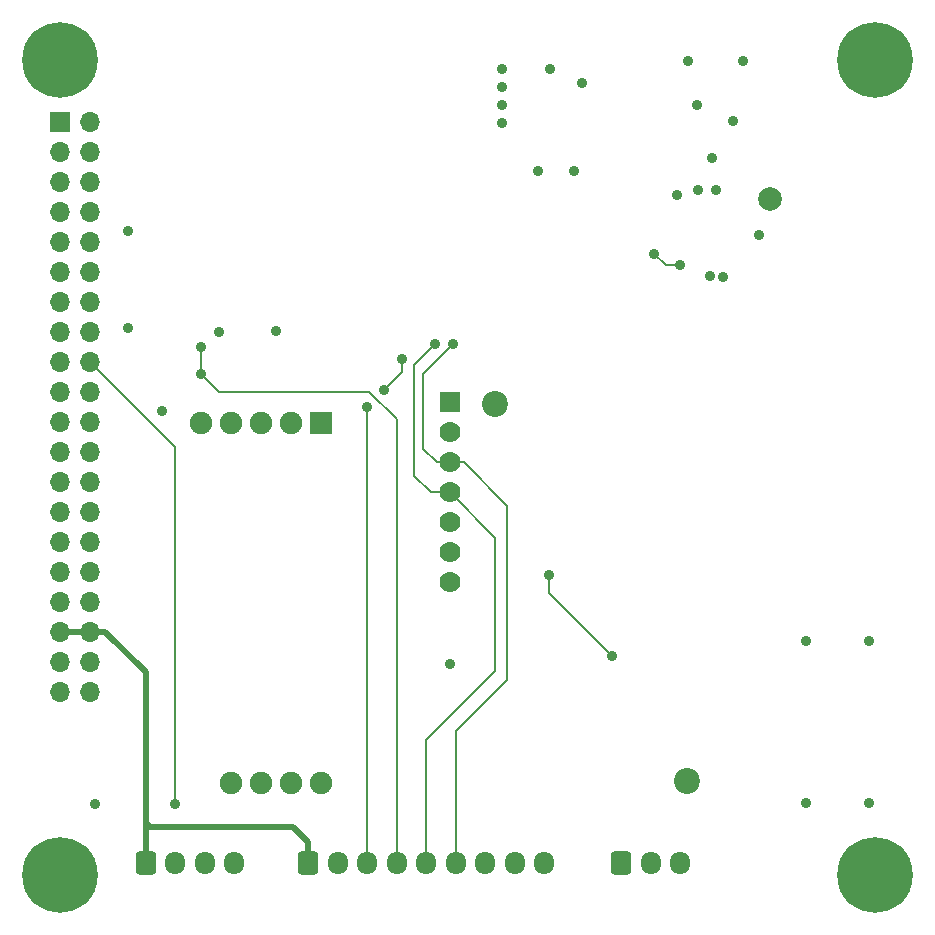
<source format=gbr>
%TF.GenerationSoftware,KiCad,Pcbnew,(6.0.1)*%
%TF.CreationDate,2023-01-07T23:02:53-08:00*%
%TF.ProjectId,Air Quality Sensor - R1,41697220-5175-4616-9c69-74792053656e,rev?*%
%TF.SameCoordinates,Original*%
%TF.FileFunction,Copper,L4,Bot*%
%TF.FilePolarity,Positive*%
%FSLAX46Y46*%
G04 Gerber Fmt 4.6, Leading zero omitted, Abs format (unit mm)*
G04 Created by KiCad (PCBNEW (6.0.1)) date 2023-01-07 23:02:53*
%MOMM*%
%LPD*%
G01*
G04 APERTURE LIST*
G04 Aperture macros list*
%AMRoundRect*
0 Rectangle with rounded corners*
0 $1 Rounding radius*
0 $2 $3 $4 $5 $6 $7 $8 $9 X,Y pos of 4 corners*
0 Add a 4 corners polygon primitive as box body*
4,1,4,$2,$3,$4,$5,$6,$7,$8,$9,$2,$3,0*
0 Add four circle primitives for the rounded corners*
1,1,$1+$1,$2,$3*
1,1,$1+$1,$4,$5*
1,1,$1+$1,$6,$7*
1,1,$1+$1,$8,$9*
0 Add four rect primitives between the rounded corners*
20,1,$1+$1,$2,$3,$4,$5,0*
20,1,$1+$1,$4,$5,$6,$7,0*
20,1,$1+$1,$6,$7,$8,$9,0*
20,1,$1+$1,$8,$9,$2,$3,0*%
G04 Aperture macros list end*
%TA.AperFunction,ComponentPad*%
%ADD10C,0.800000*%
%TD*%
%TA.AperFunction,ComponentPad*%
%ADD11C,6.400000*%
%TD*%
%TA.AperFunction,ComponentPad*%
%ADD12C,5.000000*%
%TD*%
%TA.AperFunction,ComponentPad*%
%ADD13R,1.700000X1.700000*%
%TD*%
%TA.AperFunction,ComponentPad*%
%ADD14O,1.700000X1.700000*%
%TD*%
%TA.AperFunction,ComponentPad*%
%ADD15O,1.700000X1.950000*%
%TD*%
%TA.AperFunction,ComponentPad*%
%ADD16RoundRect,0.250000X-0.600000X-0.725000X0.600000X-0.725000X0.600000X0.725000X-0.600000X0.725000X0*%
%TD*%
%TA.AperFunction,ComponentPad*%
%ADD17C,2.200000*%
%TD*%
%TA.AperFunction,ComponentPad*%
%ADD18R,1.778000X1.778000*%
%TD*%
%TA.AperFunction,ComponentPad*%
%ADD19C,1.778000*%
%TD*%
%TA.AperFunction,ComponentPad*%
%ADD20C,1.905000*%
%TD*%
%TA.AperFunction,ComponentPad*%
%ADD21R,1.905000X1.905000*%
%TD*%
%TA.AperFunction,ComponentPad*%
%ADD22C,2.000000*%
%TD*%
%TA.AperFunction,ViaPad*%
%ADD23C,0.889000*%
%TD*%
%TA.AperFunction,Conductor*%
%ADD24C,0.152400*%
%TD*%
%TA.AperFunction,Conductor*%
%ADD25C,0.500000*%
%TD*%
G04 APERTURE END LIST*
D10*
%TO.P,H4,1*%
%TO.N,N/C*%
X72000000Y5400000D03*
X73697056Y1302944D03*
X73697056Y4697056D03*
X74400000Y3000000D03*
D11*
X72000000Y3000000D03*
D10*
X72000000Y600000D03*
X70302944Y4697056D03*
X70302944Y1302944D03*
X69600000Y3000000D03*
%TD*%
%TO.P,H3,1*%
%TO.N,N/C*%
X72000000Y74400000D03*
X73697056Y70302944D03*
X73697056Y73697056D03*
X74400000Y72000000D03*
D11*
X72000000Y72000000D03*
D10*
X72000000Y69600000D03*
X70302944Y73697056D03*
X70302944Y70302944D03*
X69600000Y72000000D03*
%TD*%
%TO.P,H2,1*%
%TO.N,N/C*%
X3000000Y5400000D03*
X4697056Y1302944D03*
X4697056Y4697056D03*
X5400000Y3000000D03*
D11*
X3000000Y3000000D03*
D10*
X3000000Y600000D03*
X1302944Y4697056D03*
X1302944Y1302944D03*
X600000Y3000000D03*
%TD*%
%TO.P,H1,1*%
%TO.N,N/C*%
X3000000Y74400000D03*
X4697056Y70302944D03*
X4697056Y73697056D03*
X5400000Y72000000D03*
D11*
X3000000Y72000000D03*
D10*
X3000000Y69600000D03*
X1302944Y73697056D03*
X1302944Y70302944D03*
X600000Y72000000D03*
%TD*%
D12*
%TO.P,,1*%
%TO.N,N/C*%
X72000000Y72000000D03*
%TD*%
D13*
%TO.P,J3,1,GND*%
%TO.N,GND*%
X3014988Y66766900D03*
D14*
%TO.P,J3,2,GND*%
X5554988Y66766900D03*
%TO.P,J3,3,3V3*%
%TO.N,+3V3*%
X3014988Y64226900D03*
%TO.P,J3,4,3V3*%
X5554988Y64226900D03*
%TO.P,J3,5,GND*%
%TO.N,GND*%
X3014988Y61686900D03*
%TO.P,J3,6,GND*%
X5554988Y61686900D03*
%TO.P,J3,7,IO36*%
%TO.N,unconnected-(J3-Pad7)*%
X3014988Y59146900D03*
%TO.P,J3,8,IO39*%
%TO.N,unconnected-(J3-Pad8)*%
X5554988Y59146900D03*
%TO.P,J3,9,IO34*%
%TO.N,unconnected-(J3-Pad9)*%
X3014988Y56606900D03*
%TO.P,J3,10,IO35*%
%TO.N,unconnected-(J3-Pad10)*%
X5554988Y56606900D03*
%TO.P,J3,11,IO32*%
%TO.N,/SENS/SCL_2*%
X3014988Y54066900D03*
%TO.P,J3,12,IO33*%
%TO.N,/SENS/SDA_2*%
X5554988Y54066900D03*
%TO.P,J3,13,IO25*%
%TO.N,unconnected-(J3-Pad13)*%
X3014988Y51526900D03*
%TO.P,J3,14,IO26*%
%TO.N,unconnected-(J3-Pad14)*%
X5554988Y51526900D03*
%TO.P,J3,15,IO27*%
%TO.N,unconnected-(J3-Pad15)*%
X3014988Y48986900D03*
%TO.P,J3,16,IO14*%
%TO.N,Net-(R12-Pad2)*%
X5554988Y48986900D03*
%TO.P,J3,17,IO12*%
%TO.N,unconnected-(J3-Pad17)*%
X3014988Y46446900D03*
%TO.P,J3,18,IO13*%
%TO.N,Net-(R13-Pad1)*%
X5554988Y46446900D03*
%TO.P,J3,19,IO23*%
%TO.N,unconnected-(J3-Pad19)*%
X3014988Y43906900D03*
%TO.P,J3,20,IO22*%
%TO.N,/SENS/SCL_1*%
X5554988Y43906900D03*
%TO.P,J3,21,MISO*%
%TO.N,unconnected-(J3-Pad21)*%
X3014988Y41366900D03*
%TO.P,J3,22,MOSI*%
%TO.N,unconnected-(J3-Pad22)*%
X5554988Y41366900D03*
%TO.P,J3,23,IO21*%
%TO.N,/SENS/SDA_1*%
X3014988Y38826900D03*
%TO.P,J3,24,IO19*%
%TO.N,unconnected-(J3-Pad24)*%
X5554988Y38826900D03*
%TO.P,J3,25,IO18*%
%TO.N,unconnected-(J3-Pad25)*%
X3014988Y36286900D03*
%TO.P,J3,26,IO5*%
%TO.N,Net-(J2-Pad8)*%
X5554988Y36286900D03*
%TO.P,J3,27,IO4*%
%TO.N,unconnected-(J3-Pad27)*%
X3014988Y33746900D03*
%TO.P,J3,28,PROG*%
%TO.N,unconnected-(J3-Pad28)*%
X5554988Y33746900D03*
%TO.P,J3,29,IO2*%
%TO.N,unconnected-(J3-Pad29)*%
X3014988Y31206900D03*
%TO.P,J3,30,IO15*%
%TO.N,Net-(J2-Pad7)*%
X5554988Y31206900D03*
%TO.P,J3,31,GND*%
%TO.N,GND*%
X3014988Y28666900D03*
%TO.P,J3,32,GND*%
X5554988Y28666900D03*
%TO.P,J3,33,3V3*%
%TO.N,+3V3*%
X3014988Y26126900D03*
%TO.P,J3,34,3V3*%
X5554988Y26126900D03*
%TO.P,J3,35,5V0*%
%TO.N,+5V*%
X3014988Y23586900D03*
%TO.P,J3,36,5V0*%
X5554988Y23586900D03*
%TO.P,J3,37,VIN*%
%TO.N,unconnected-(J3-Pad37)*%
X3014988Y21046900D03*
%TO.P,J3,38,VIN*%
%TO.N,unconnected-(J3-Pad38)*%
X5554988Y21046900D03*
%TO.P,J3,39,GND*%
%TO.N,GND*%
X3014988Y18506900D03*
%TO.P,J3,40,GND*%
X5554988Y18506900D03*
%TD*%
D12*
%TO.P,,1*%
%TO.N,N/C*%
X72000000Y72000000D03*
%TD*%
%TO.P,,1*%
%TO.N,N/C*%
X3000000Y72000000D03*
%TD*%
D15*
%TO.P,J4,4,Pin_4*%
%TO.N,GND*%
X17750000Y4025000D03*
%TO.P,J4,3,Pin_3*%
%TO.N,Net-(J4-Pad3)*%
X15250000Y4025000D03*
%TO.P,J4,2,Pin_2*%
%TO.N,Net-(R13-Pad1)*%
X12750000Y4025000D03*
D16*
%TO.P,J4,1,Pin_1*%
%TO.N,+5V*%
X10250000Y4025000D03*
%TD*%
D15*
%TO.P,J2,9,Pin_9*%
%TO.N,GND*%
X44000000Y4025000D03*
%TO.P,J2,8,Pin_8*%
%TO.N,Net-(J2-Pad8)*%
X41500000Y4025000D03*
%TO.P,J2,7,Pin_7*%
%TO.N,Net-(J2-Pad7)*%
X39000000Y4025000D03*
%TO.P,J2,6,Pin_6*%
%TO.N,/SENS/SCL_1*%
X36500000Y4025000D03*
%TO.P,J2,5,Pin_5*%
%TO.N,/SENS/SDA_1*%
X34000000Y4025000D03*
%TO.P,J2,4,Pin_4*%
%TO.N,/SENS/SCL_2*%
X31500000Y4025000D03*
%TO.P,J2,3,Pin_3*%
%TO.N,/SENS/SDA_2*%
X29000000Y4025000D03*
%TO.P,J2,2,Pin_2*%
%TO.N,+3V3*%
X26500000Y4025000D03*
D16*
%TO.P,J2,1,Pin_1*%
%TO.N,+5V*%
X24000000Y4025000D03*
%TD*%
D17*
%TO.P,U7,0*%
%TO.N,N/C*%
X39862500Y42912500D03*
X56087500Y10912500D03*
D18*
%TO.P,U7,1,VDD*%
%TO.N,+3V3*%
X35987500Y43012500D03*
D19*
%TO.P,U7,2,GND*%
%TO.N,GND*%
X35987500Y40472500D03*
%TO.P,U7,3,TX/SCL*%
%TO.N,/SENS/SCL_1*%
X35987500Y37932500D03*
%TO.P,U7,4,RX/SDA*%
%TO.N,/SENS/SDA_1*%
X35987500Y35392500D03*
%TO.P,U7,5,RDY*%
%TO.N,Net-(TP3-Pad1)*%
X35987500Y32852500D03*
%TO.P,U7,6,PWM*%
%TO.N,Net-(TP4-Pad1)*%
X35987500Y30312500D03*
%TO.P,U7,7,SEL*%
%TO.N,Net-(R5-Pad1)*%
X35987500Y27772500D03*
%TD*%
D15*
%TO.P,J1,3,Pin_3*%
%TO.N,GND*%
X55500000Y4025000D03*
%TO.P,J1,2,Pin_2*%
%TO.N,Net-(J2-Pad8)*%
X53000000Y4025000D03*
D16*
%TO.P,J1,1,Pin_1*%
%TO.N,+3V3*%
X50500000Y4025000D03*
%TD*%
D20*
%TO.P,U4,9,EN*%
%TO.N,+3V3*%
X25080000Y10760000D03*
%TO.P,U4,8,DVCC*%
%TO.N,unconnected-(U4-Pad8)*%
X22540000Y10760000D03*
%TO.P,U4,7,nRDY*%
%TO.N,Net-(TP5-Pad1)*%
X20000000Y10760000D03*
%TO.P,U4,6,COMSEL*%
%TO.N,GND*%
X17460000Y10760000D03*
%TO.P,U4,5,TxD/SCL*%
%TO.N,/SENS/SCL_1*%
X14920000Y41240000D03*
%TO.P,U4,4,RxD/SDA*%
%TO.N,/SENS/SDA_1*%
X17460000Y41240000D03*
%TO.P,U4,3,VDDIO*%
%TO.N,+3V3*%
X20000000Y41240000D03*
%TO.P,U4,2,VBB*%
X22540000Y41240000D03*
D21*
%TO.P,U4,1,GND*%
%TO.N,GND*%
X25080000Y41240000D03*
%TD*%
D22*
%TO.P,TP1,1,1*%
%TO.N,Net-(TP1-Pad1)*%
X63130000Y60210000D03*
%TD*%
D23*
%TO.N,Net-(R12-Pad2)*%
X44416988Y28412900D03*
X49750988Y21554900D03*
%TO.N,GND*%
X56154500Y71915000D03*
%TO.N,/SENS/SDA_2*%
X30446988Y44083888D03*
X31985000Y46714912D03*
X29000000Y42636900D03*
%TO.N,/SENS/SCL_2*%
X53306988Y55590900D03*
X55510000Y54622000D03*
%TO.N,/SENS/SCL_1*%
X36288988Y47970900D03*
%TO.N,/SENS/SDA_1*%
X34764988Y47970900D03*
%TO.N,/SENS/SCL_2*%
X14952988Y45430900D03*
X14952988Y47716900D03*
%TO.N,GND*%
X16464988Y48986900D03*
%TO.N,+3V3*%
X21314988Y49011900D03*
X8729988Y57557900D03*
X8729988Y49305900D03*
%TO.N,Net-(R13-Pad1)*%
X12750000Y8981900D03*
%TO.N,GND*%
X36034988Y20831900D03*
%TO.N,+3V3*%
X5974988Y8981900D03*
X11649988Y42256900D03*
X46500000Y62626000D03*
X40379000Y69686000D03*
X57021000Y60997000D03*
X43452000Y62626000D03*
X62177000Y57187000D03*
X40379000Y68201000D03*
X60802500Y71890000D03*
X66120000Y22775000D03*
X56891500Y68200000D03*
X66120000Y9084000D03*
%TO.N,GND*%
X59100000Y53651000D03*
X60002500Y66810000D03*
X55240500Y60549000D03*
X58050000Y53751000D03*
X58224500Y63724000D03*
X40379000Y66651000D03*
X44468000Y71248000D03*
X40379000Y71236000D03*
X71480000Y22775000D03*
X58571000Y60972000D03*
X71480000Y9059000D03*
X47217000Y70010000D03*
%TD*%
D24*
%TO.N,Net-(R12-Pad2)*%
X44416988Y26888900D02*
X44416988Y28412900D01*
X49750988Y21554900D02*
X44416988Y26888900D01*
%TO.N,/SENS/SDA_2*%
X30446988Y44083888D02*
X31985000Y45621900D01*
X31985000Y45621900D02*
X31985000Y46714912D01*
%TO.N,/SENS/SCL_2*%
X29176988Y43906900D02*
X16476988Y43906900D01*
X16476988Y43906900D02*
X14952988Y45430900D01*
X31500000Y4025000D02*
X31500000Y41583888D01*
X31500000Y41583888D02*
X29176988Y43906900D01*
%TO.N,/SENS/SDA_2*%
X29000000Y4025000D02*
X29000000Y42636900D01*
%TO.N,/SENS/SCL_1*%
X37183388Y37932500D02*
X35987500Y37932500D01*
X40860988Y34254900D02*
X37183388Y37932500D01*
X40860988Y19522900D02*
X40860988Y34254900D01*
X36500000Y15161912D02*
X40860988Y19522900D01*
X36500000Y4025000D02*
X36500000Y15161912D01*
%TO.N,/SENS/SDA_1*%
X39844988Y20284900D02*
X39844988Y31535012D01*
X34000000Y14439912D02*
X39844988Y20284900D01*
X39844988Y31535012D02*
X35987500Y35392500D01*
X34000000Y4025000D02*
X34000000Y14439912D01*
%TO.N,/SENS/SCL_2*%
X54275888Y54622000D02*
X53306988Y55590900D01*
X55510000Y54622000D02*
X54275888Y54622000D01*
%TO.N,/SENS/SCL_1*%
X33748988Y39080900D02*
X33748988Y45430900D01*
X33748988Y45430900D02*
X36288988Y47970900D01*
X34897388Y37932500D02*
X33748988Y39080900D01*
X35987500Y37932500D02*
X34897388Y37932500D01*
%TO.N,/SENS/SDA_1*%
X34389388Y35392500D02*
X35987500Y35392500D01*
X32986988Y36794900D02*
X34389388Y35392500D01*
X32986988Y46192900D02*
X32986988Y36794900D01*
X34764988Y47970900D02*
X32986988Y46192900D01*
%TO.N,/SENS/SCL_2*%
X14952988Y47716900D02*
X14952988Y45430900D01*
D25*
%TO.N,+5V*%
X22699988Y7076900D02*
X10634988Y7076900D01*
X24000000Y5776888D02*
X22699988Y7076900D01*
X10250000Y4025000D02*
X10250000Y7461888D01*
X10250000Y7461888D02*
X10250000Y20161888D01*
X24000000Y4025000D02*
X24000000Y5776888D01*
X10634988Y7076900D02*
X10250000Y7461888D01*
X6824988Y23586900D02*
X3014988Y23586900D01*
X10250000Y20161888D02*
X6824988Y23586900D01*
D24*
%TO.N,Net-(R13-Pad1)*%
X12750000Y8981900D02*
X12750000Y39251888D01*
X12750000Y39251888D02*
X5554988Y46446900D01*
%TD*%
M02*

</source>
